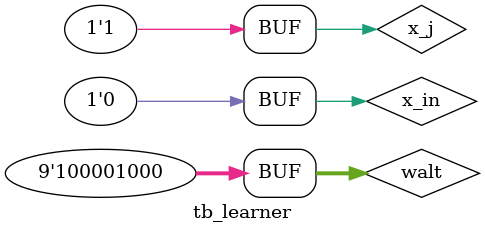
<source format=v>
`include "../VerilogCode/learner.v"
`default_nettype none

module tb_learner;

reg [8:0] walt = 0;
reg x_j = 0;
reg x_in = 0;

wire [8:0] wneu;
learner school 
(
    .walt(walt),
    .x_j(x_j),
    .x_in(x_in),
    .wneu(wneu)
);

initial begin
    $monitor ("%b %d %b %b | %b %d", walt[8], walt[7:0], x_j, x_in, wneu[8], wneu[7:0]);
end

initial begin
    #1 walt = {1'b0, 8'd0}; x_j = 0; x_j = 0;
    #1 walt = {1'b1, 8'd0}; x_j = 0; x_j = 0;
    #1 walt = {1'b0, 8'd3}; x_j = 0; x_j = 0;
    #1 walt = {1'b0, 8'd3}; x_j = 0; x_j = 1;
    #1 walt = {1'b0, 8'd3}; x_j = 1; x_j = 0;
    #1 walt = {1'b0, 8'd3}; x_j = 1; x_j = 1;
    #1 walt = {1'b0, 8'd8}; x_j = 0; x_j = 0;
    #1 walt = {1'b0, 8'd8}; x_j = 0; x_j = 1;
    #1 walt = {1'b0, 8'd8}; x_j = 1; x_j = 0;
    #1 walt = {1'b0, 8'd8}; x_j = 1; x_j = 1;
    #1 walt = {1'b1, 8'd3}; x_j = 0; x_j = 0;
    #1 walt = {1'b1, 8'd3}; x_j = 0; x_j = 1;
    #1 walt = {1'b1, 8'd3}; x_j = 1; x_j = 0;
    #1 walt = {1'b1, 8'd3}; x_j = 1; x_j = 1;
    #1 walt = {1'b1, 8'd8}; x_j = 0; x_j = 0;
    #1 walt = {1'b1, 8'd8}; x_j = 0; x_j = 1;
    #1 walt = {1'b1, 8'd8}; x_j = 1; x_j = 0;
    #1 walt = {1'b1, 8'd8}; x_j = 1; x_j = 1;
end

endmodule
`default_nettype wire
</source>
